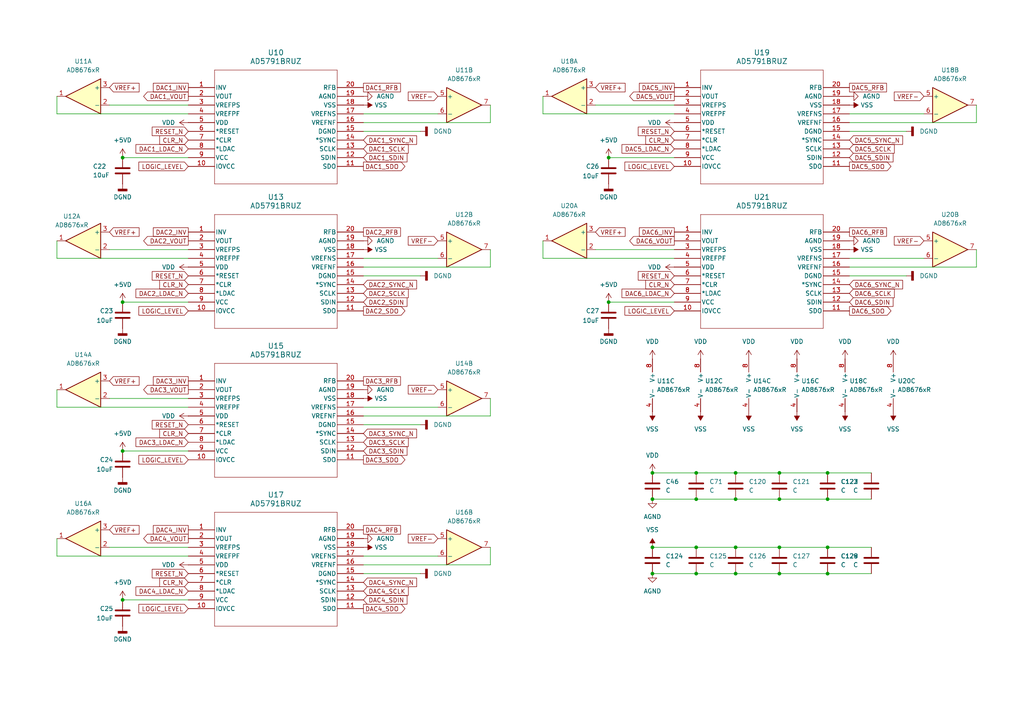
<source format=kicad_sch>
(kicad_sch (version 20250114) (generator "eeschema") (generator_version "9.0")
  (paper "A4")
  (lib_symbols
    (symbol "AD5791BRUZ_1" (pin_names (offset 0.254))
      (property "Reference" "U10" (at 25.4 10.16 0))
      (property "Value" "AD5791BRUZ" (at 25.4 7.62 0))
      (symbol "AD5791BRUZ_1_0_1"
        (polyline (pts (xy 7.62 5.08) (xy 7.62 -27.94)) (stroke (width 0.127)))
        (polyline (pts (xy 7.62 -27.94) (xy 43.18 -27.94)) (stroke (width 0.127)))
        (polyline (pts (xy 43.18 5.08) (xy 7.62 5.08)) (stroke (width 0.127)))
        (polyline (pts (xy 43.18 -27.94) (xy 43.18 5.08)) (stroke (width 0.127)))
        (pin passive line (at 0 0 0) (length 7.62) (name "INV") (number "1"))
        (pin output line (at 0 -2.54 0) (length 7.62) (name "VOUT") (number "2"))
        (pin passive line (at 0 -5.08 0) (length 7.62) (name "VREFPS") (number "3"))
        (pin passive line (at 0 -7.62 0) (length 7.62) (name "VREFPF") (number "4"))
        (pin power_in line (at 0 -10.16 0) (length 7.62) (name "VDD") (number "5"))
        (pin input line (at 0 -12.7 0) (length 7.62) (name "*RESET") (number "6"))
        (pin input line (at 0 -15.24 0) (length 7.62) (name "*CLR") (number "7"))
        (pin input line (at 0 -17.78 0) (length 7.62) (name "*LDAC") (number "8"))
        (pin power_in line (at 0 -20.32 0) (length 7.62) (name "VCC") (number "9"))
        (pin passive line (at 0 -22.86 0) (length 7.62) (name "IOVCC") (number "10"))
        (pin passive line (at 50.8 0 180) (length 7.62) (name "RFB") (number "20"))
        (pin passive line (at 50.8 -2.54 180) (length 7.62) (name "AGND") (number "19"))
        (pin passive line (at 50.8 -5.08 180) (length 7.62) (name "VSS") (number "18"))
        (pin passive line (at 50.8 -7.62 180) (length 7.62) (name "VREFNS") (number "17"))
        (pin passive line (at 50.8 -10.16 180) (length 7.62) (name "VREFNF") (number "16"))
        (pin passive line (at 50.8 -12.7 180) (length 7.62) (name "DGND") (number "15"))
        (pin input line (at 50.8 -15.24 180) (length 7.62) (name "*SYNC") (number "14"))
        (pin input line (at 50.8 -17.78 180) (length 7.62) (name "SCLK") (number "13"))
        (pin input line (at 50.8 -20.32 180) (length 7.62) (name "SDIN") (number "12"))
        (pin output line (at 50.8 -22.86 180) (length 7.62) (name "SDO") (number "11"))
      )
    )
    (symbol "Amplifier_Operational:AD8676xR" (pin_names (offset 0.127))
      (property "Reference" "U" (at 2.54 6.35 0))
      (property "Value" "AD8676xR" (at 2.54 3.81 0))
      (symbol "AD8676xR_1_1"
        (polyline (pts (xy 5.08 0) (xy -5.08 5.08) (xy -5.08 -5.08) (xy 5.08 0)) (stroke (width 0.254)) (fill (type background)))
        (pin input line (at -7.62 2.54 0) (length 2.54) (name "+") (number "3"))
        (pin input line (at -7.62 -2.54 0) (length 2.54) (name "-") (number "2"))
        (pin output line (at 7.62 0 180) (length 2.54) (name "~") (number "1"))
      )
      (symbol "AD8676xR_2_1"
        (polyline (pts (xy 5.08 0) (xy -5.08 5.08) (xy -5.08 -5.08) (xy 5.08 0)) (stroke (width 0.254)) (fill (type background)))
        (pin input line (at -7.62 2.54 0) (length 2.54) (name "+") (number "5"))
        (pin input line (at -7.62 -2.54 0) (length 2.54) (name "-") (number "6"))
        (pin output line (at 7.62 0 180) (length 2.54) (name "~") (number "7"))
      )
      (symbol "AD8676xR_3_1"
        (pin power_in line (at 0 7.62 270) (length 3.81) (name "V+") (number "8"))
        (pin power_in line (at 0 -7.62 90) (length 3.81) (name "V-") (number "4"))
      )
    )
    (symbol "Device:C" (pin_numbers (hide yes)) (pin_names (offset 0.254))
      (property "Reference" "C" (at 0.635 2.54 0))
      (property "Value" "C" (at 0.635 -2.54 0))
      (symbol "C_0_1"
        (polyline (pts (xy -2.032 0.762) (xy 2.032 0.762)) (stroke (width 0.508)))
        (polyline (pts (xy -2.032 -0.762) (xy 2.032 -0.762)) (stroke (width 0.508)))
      )
      (symbol "C_1_1"
        (pin passive line (at 0 3.81 270) (length 2.794) (name "~") (number "1"))
        (pin passive line (at 0 -3.81 90) (length 2.794) (name "~") (number "2"))
      )
    )
    (symbol "power:+5V" (power) (pin_numbers (hide yes)) (pin_names (offset 0) (hide yes))
      (property "Value" "+5V" (at 0 3.556 0))
      (symbol "+5V_0_1"
        (polyline (pts (xy -0.762 1.27) (xy 0 2.54)))
        (polyline (pts (xy 0 2.54) (xy 0.762 1.27)))
        (polyline (pts (xy 0 0) (xy 0 2.54)))
      )
      (symbol "+5V_1_1"
        (pin power_in line (at 0 0 90) (length 0) (name "~") (number "1"))
      )
    )
    (symbol "power:GND" (power) (pin_numbers (hide yes)) (pin_names (offset 0) (hide yes))
      (property "Value" "GND" (at 0 -3.81 0))
      (symbol "GND_0_1"
        (polyline (pts (xy 0 0) (xy 0 -1.27) (xy 1.27 -1.27) (xy 0 -2.54) (xy -1.27 -1.27) (xy 0 -1.27)))
      )
      (symbol "GND_1_1"
        (pin power_in line (at 0 0 270) (length 0) (name "~") (number "1"))
      )
    )
    (symbol "power:GNDD" (power) (pin_numbers (hide yes)) (pin_names (offset 0) (hide yes))
      (property "Value" "GNDD" (at 0 -3.175 0))
      (symbol "GNDD_0_1"
        (rectangle (start -1.27 -1.524) (end 1.27 -2.032) (stroke (width 0.254)) (fill (type outline)))
        (polyline (pts (xy 0 0) (xy 0 -1.524)))
      )
      (symbol "GNDD_1_1"
        (pin power_in line (at 0 0 270) (length 0) (name "~") (number "1"))
      )
    )
    (symbol "power:VDD" (power) (pin_numbers (hide yes)) (pin_names (offset 0) (hide yes))
      (property "Value" "VDD" (at 0 3.556 0))
      (symbol "VDD_0_1"
        (polyline (pts (xy -0.762 1.27) (xy 0 2.54)))
        (polyline (pts (xy 0 2.54) (xy 0.762 1.27)))
        (polyline (pts (xy 0 0) (xy 0 2.54)))
      )
      (symbol "VDD_1_1"
        (pin power_in line (at 0 0 90) (length 0) (name "~") (number "1"))
      )
    )
    (symbol "power:VSS" (power) (pin_numbers (hide yes)) (pin_names (offset 0) (hide yes))
      (property "Value" "VSS" (at 0 3.556 0))
      (symbol "VSS_0_1"
        (polyline (pts (xy 0 0) (xy 0 2.54)))
        (polyline (pts (xy 0.762 1.27) (xy -0.762 1.27) (xy 0 2.54) (xy 0.762 1.27)) (fill (type outline)))
      )
      (symbol "VSS_1_1"
        (pin power_in line (at 0 0 90) (length 0) (name "~") (number "1"))
      )
    )
  )
  (junction (at 226.06 137.16))
  (junction (at 189.23 137.16))
  (junction (at 201.93 166.37))
  (junction (at 213.36 158.75))
  (junction (at 201.93 158.75))
  (junction (at 35.56 173.99))
  (junction (at 213.36 166.37))
  (junction (at 189.23 158.75))
  (junction (at 213.36 137.16))
  (junction (at 201.93 144.78))
  (junction (at 35.56 130.81))
  (junction (at 226.06 158.75))
  (junction (at 240.03 137.16))
  (junction (at 213.36 144.78))
  (junction (at 240.03 158.75))
  (junction (at 189.23 144.78))
  (junction (at 176.53 45.72))
  (junction (at 35.56 87.63))
  (junction (at 189.23 166.37))
  (junction (at 226.06 144.78))
  (junction (at 176.53 87.63))
  (junction (at 240.03 166.37))
  (junction (at 201.93 137.16))
  (junction (at 35.56 45.72))
  (junction (at 240.03 144.78))
  (junction (at 226.06 166.37))
  (wire (pts (xy 157.48 33.02) (xy 195.58 33.02)))
  (wire (pts (xy 105.41 120.65) (xy 142.24 120.65)))
  (wire (pts (xy 121.92 166.37) (xy 105.41 166.37)))
  (wire (pts (xy 172.72 30.48) (xy 195.58 30.48)))
  (wire (pts (xy 35.56 173.99) (xy 54.61 173.99)))
  (wire (pts (xy 201.93 137.16) (xy 213.36 137.16)))
  (wire (pts (xy 226.06 144.78) (xy 240.03 144.78)))
  (wire (pts (xy 121.92 123.19) (xy 105.41 123.19)))
  (wire (pts (xy 35.56 87.63) (xy 54.61 87.63)))
  (wire (pts (xy 262.89 38.1) (xy 246.38 38.1)))
  (wire (pts (xy 189.23 137.16) (xy 201.93 137.16)))
  (wire (pts (xy 16.51 69.85) (xy 16.51 74.93)))
  (wire (pts (xy 246.38 77.47) (xy 283.21 77.47)))
  (wire (pts (xy 121.92 38.1) (xy 105.41 38.1)))
  (wire (pts (xy 283.21 35.56) (xy 283.21 30.48)))
  (wire (pts (xy 16.51 118.11) (xy 54.61 118.11)))
  (wire (pts (xy 213.36 137.16) (xy 226.06 137.16)))
  (wire (pts (xy 105.41 161.29) (xy 127 161.29)))
  (wire (pts (xy 35.56 45.72) (xy 54.61 45.72)))
  (wire (pts (xy 240.03 166.37) (xy 252.73 166.37)))
  (wire (pts (xy 240.03 158.75) (xy 252.73 158.75)))
  (wire (pts (xy 262.89 80.01) (xy 246.38 80.01)))
  (wire (pts (xy 105.41 163.83) (xy 142.24 163.83)))
  (wire (pts (xy 105.41 33.02) (xy 127 33.02)))
  (wire (pts (xy 226.06 158.75) (xy 240.03 158.75)))
  (wire (pts (xy 105.41 118.11) (xy 127 118.11)))
  (wire (pts (xy 176.53 87.63) (xy 195.58 87.63)))
  (wire (pts (xy 35.56 130.81) (xy 54.61 130.81)))
  (wire (pts (xy 283.21 77.47) (xy 283.21 72.39)))
  (wire (pts (xy 16.51 33.02) (xy 54.61 33.02)))
  (wire (pts (xy 157.48 74.93) (xy 195.58 74.93)))
  (wire (pts (xy 246.38 35.56) (xy 283.21 35.56)))
  (wire (pts (xy 121.92 80.01) (xy 105.41 80.01)))
  (wire (pts (xy 176.53 45.72) (xy 195.58 45.72)))
  (wire (pts (xy 31.75 72.39) (xy 54.61 72.39)))
  (wire (pts (xy 201.93 144.78) (xy 213.36 144.78)))
  (wire (pts (xy 201.93 166.37) (xy 213.36 166.37)))
  (wire (pts (xy 105.41 35.56) (xy 142.24 35.56)))
  (wire (pts (xy 16.51 161.29) (xy 54.61 161.29)))
  (wire (pts (xy 16.51 74.93) (xy 54.61 74.93)))
  (wire (pts (xy 142.24 77.47) (xy 142.24 72.39)))
  (wire (pts (xy 201.93 158.75) (xy 213.36 158.75)))
  (wire (pts (xy 213.36 144.78) (xy 226.06 144.78)))
  (wire (pts (xy 31.75 115.57) (xy 54.61 115.57)))
  (wire (pts (xy 31.75 158.75) (xy 54.61 158.75)))
  (wire (pts (xy 31.75 30.48) (xy 54.61 30.48)))
  (wire (pts (xy 172.72 72.39) (xy 195.58 72.39)))
  (wire (pts (xy 246.38 74.93) (xy 267.97 74.93)))
  (wire (pts (xy 142.24 163.83) (xy 142.24 158.75)))
  (wire (pts (xy 213.36 166.37) (xy 226.06 166.37)))
  (wire (pts (xy 189.23 144.78) (xy 201.93 144.78)))
  (wire (pts (xy 105.41 74.93) (xy 127 74.93)))
  (wire (pts (xy 16.51 27.94) (xy 16.51 33.02)))
  (wire (pts (xy 240.03 137.16) (xy 252.73 137.16)))
  (wire (pts (xy 246.38 33.02) (xy 267.97 33.02)))
  (wire (pts (xy 240.03 144.78) (xy 252.73 144.78)))
  (wire (pts (xy 157.48 27.94) (xy 157.48 33.02)))
  (wire (pts (xy 213.36 158.75) (xy 226.06 158.75)))
  (wire (pts (xy 105.41 77.47) (xy 142.24 77.47)))
  (wire (pts (xy 189.23 166.37) (xy 201.93 166.37)))
  (wire (pts (xy 142.24 30.48) (xy 142.24 35.56)))
  (wire (pts (xy 142.24 120.65) (xy 142.24 115.57)))
  (wire (pts (xy 16.51 113.03) (xy 16.51 118.11)))
  (wire (pts (xy 189.23 158.75) (xy 201.93 158.75)))
  (wire (pts (xy 226.06 137.16) (xy 240.03 137.16)))
  (wire (pts (xy 226.06 166.37) (xy 240.03 166.37)))
  (wire (pts (xy 16.51 156.21) (xy 16.51 161.29)))
  (wire (pts (xy 157.48 69.85) (xy 157.48 74.93)))
  (global_label "DAC3_SDO" (shape output) (at 105.41 133.35 0) (property "Intersheetrefs" "${INTERSHEET_REFS}" (effects (hide yes))))
  (global_label "DAC6_SCLK" (shape input) (at 246.38 85.09 0) (property "Intersheetrefs" "${INTERSHEET_REFS}" (effects (hide yes))))
  (global_label "RESET_N" (shape input) (at 195.58 38.1 180) (property "Intersheetrefs" "${INTERSHEET_REFS}" (effects (hide yes))))
  (global_label "DAC2_RFB" (shape passive) (at 105.41 67.31 0) (property "Intersheetrefs" "${INTERSHEET_REFS}" (effects (hide yes))))
  (global_label "DAC3_SDIN" (shape input) (at 105.41 130.81 0) (property "Intersheetrefs" "${INTERSHEET_REFS}" (effects (hide yes))))
  (global_label "DAC2_LDAC_N" (shape input) (at 54.61 85.09 180) (property "Intersheetrefs" "${INTERSHEET_REFS}" (effects (hide yes))))
  (global_label "DAC1_INV" (shape passive) (at 54.61 25.4 180) (property "Intersheetrefs" "${INTERSHEET_REFS}" (effects (hide yes))))
  (global_label "DAC1_SDO" (shape output) (at 105.41 48.26 0) (property "Intersheetrefs" "${INTERSHEET_REFS}" (effects (hide yes))))
  (global_label "DAC6_SDIN" (shape input) (at 246.38 87.63 0) (property "Intersheetrefs" "${INTERSHEET_REFS}" (effects (hide yes))))
  (global_label "DAC6_SYNC_N" (shape input) (at 246.38 82.55 0) (property "Intersheetrefs" "${INTERSHEET_REFS}" (effects (hide yes))))
  (global_label "VREF+" (shape input) (at 31.75 153.67 0) (property "Intersheetrefs" "${INTERSHEET_REFS}" (effects (hide yes))))
  (global_label "CLR_N" (shape input) (at 54.61 168.91 180) (property "Intersheetrefs" "${INTERSHEET_REFS}" (effects (hide yes))))
  (global_label "VREF+" (shape input) (at 31.75 25.4 0) (property "Intersheetrefs" "${INTERSHEET_REFS}" (effects (hide yes))))
  (global_label "LOGIC_LEVEL" (shape input) (at 195.58 48.26 180) (property "Intersheetrefs" "${INTERSHEET_REFS}" (effects (hide yes))))
  (global_label "DAC2_INV" (shape passive) (at 54.61 67.31 180) (property "Intersheetrefs" "${INTERSHEET_REFS}" (effects (hide yes))))
  (global_label "DAC5_LDAC_N" (shape input) (at 195.58 43.18 180) (property "Intersheetrefs" "${INTERSHEET_REFS}" (effects (hide yes))))
  (global_label "RESET_N" (shape input) (at 195.58 80.01 180) (property "Intersheetrefs" "${INTERSHEET_REFS}" (effects (hide yes))))
  (global_label "RESET_N" (shape input) (at 54.61 38.1 180) (property "Intersheetrefs" "${INTERSHEET_REFS}" (effects (hide yes))))
  (global_label "DAC5_SYNC_N" (shape input) (at 246.38 40.64 0) (property "Intersheetrefs" "${INTERSHEET_REFS}" (effects (hide yes))))
  (global_label "RESET_N" (shape input) (at 54.61 123.19 180) (property "Intersheetrefs" "${INTERSHEET_REFS}" (effects (hide yes))))
  (global_label "DAC5_SDO" (shape output) (at 246.38 48.26 0) (property "Intersheetrefs" "${INTERSHEET_REFS}" (effects (hide yes))))
  (global_label "VREF+" (shape input) (at 31.75 67.31 0) (property "Intersheetrefs" "${INTERSHEET_REFS}" (effects (hide yes))))
  (global_label "DAC1_SCLK" (shape input) (at 105.41 43.18 0) (property "Intersheetrefs" "${INTERSHEET_REFS}" (effects (hide yes))))
  (global_label "DAC4_RFB" (shape passive) (at 105.41 153.67 0) (property "Intersheetrefs" "${INTERSHEET_REFS}" (effects (hide yes))))
  (global_label "DAC5_INV" (shape passive) (at 195.58 25.4 180) (property "Intersheetrefs" "${INTERSHEET_REFS}" (effects (hide yes))))
  (global_label "DAC4_INV" (shape passive) (at 54.61 153.67 180) (property "Intersheetrefs" "${INTERSHEET_REFS}" (effects (hide yes))))
  (global_label "DAC2_SDIN" (shape input) (at 105.41 87.63 0) (property "Intersheetrefs" "${INTERSHEET_REFS}" (effects (hide yes))))
  (global_label "VREF-" (shape input) (at 267.97 69.85 180) (property "Intersheetrefs" "${INTERSHEET_REFS}" (effects (hide yes))))
  (global_label "RESET_N" (shape input) (at 54.61 80.01 180) (property "Intersheetrefs" "${INTERSHEET_REFS}" (effects (hide yes))))
  (global_label "DAC6_INV" (shape passive) (at 195.58 67.31 180) (property "Intersheetrefs" "${INTERSHEET_REFS}" (effects (hide yes))))
  (global_label "DAC4_VOUT" (shape output) (at 54.61 156.21 180) (property "Intersheetrefs" "${INTERSHEET_REFS}" (effects (hide yes))))
  (global_label "DAC5_VOUT" (shape output) (at 195.58 27.94 180) (property "Intersheetrefs" "${INTERSHEET_REFS}" (effects (hide yes))))
  (global_label "DAC3_INV" (shape passive) (at 54.61 110.49 180) (property "Intersheetrefs" "${INTERSHEET_REFS}" (effects (hide yes))))
  (global_label "DAC4_SYNC_N" (shape input) (at 105.41 168.91 0) (property "Intersheetrefs" "${INTERSHEET_REFS}" (effects (hide yes))))
  (global_label "DAC1_SYNC_N" (shape input) (at 105.41 40.64 0) (property "Intersheetrefs" "${INTERSHEET_REFS}" (effects (hide yes))))
  (global_label "DAC6_VOUT" (shape output) (at 195.58 69.85 180) (property "Intersheetrefs" "${INTERSHEET_REFS}" (effects (hide yes))))
  (global_label "DAC3_SCLK" (shape input) (at 105.41 128.27 0) (property "Intersheetrefs" "${INTERSHEET_REFS}" (effects (hide yes))))
  (global_label "DAC6_LDAC_N" (shape input) (at 195.58 85.09 180) (property "Intersheetrefs" "${INTERSHEET_REFS}" (effects (hide yes))))
  (global_label "DAC2_SDO" (shape output) (at 105.41 90.17 0) (property "Intersheetrefs" "${INTERSHEET_REFS}" (effects (hide yes))))
  (global_label "DAC4_SDIN" (shape input) (at 105.41 173.99 0) (property "Intersheetrefs" "${INTERSHEET_REFS}" (effects (hide yes))))
  (global_label "VREF-" (shape input) (at 127 156.21 180) (property "Intersheetrefs" "${INTERSHEET_REFS}" (effects (hide yes))))
  (global_label "CLR_N" (shape input) (at 54.61 125.73 180) (property "Intersheetrefs" "${INTERSHEET_REFS}" (effects (hide yes))))
  (global_label "DAC5_SDIN" (shape input) (at 246.38 45.72 0) (property "Intersheetrefs" "${INTERSHEET_REFS}" (effects (hide yes))))
  (global_label "DAC4_SDO" (shape output) (at 105.41 176.53 0) (property "Intersheetrefs" "${INTERSHEET_REFS}" (effects (hide yes))))
  (global_label "DAC6_RFB" (shape passive) (at 246.38 67.31 0) (property "Intersheetrefs" "${INTERSHEET_REFS}" (effects (hide yes))))
  (global_label "DAC2_SCLK" (shape input) (at 105.41 85.09 0) (property "Intersheetrefs" "${INTERSHEET_REFS}" (effects (hide yes))))
  (global_label "CLR_N" (shape input) (at 195.58 40.64 180) (property "Intersheetrefs" "${INTERSHEET_REFS}" (effects (hide yes))))
  (global_label "CLR_N" (shape input) (at 54.61 40.64 180) (property "Intersheetrefs" "${INTERSHEET_REFS}" (effects (hide yes))))
  (global_label "VREF+" (shape input) (at 172.72 25.4 0) (property "Intersheetrefs" "${INTERSHEET_REFS}" (effects (hide yes))))
  (global_label "DAC5_SCLK" (shape input) (at 246.38 43.18 0) (property "Intersheetrefs" "${INTERSHEET_REFS}" (effects (hide yes))))
  (global_label "DAC3_RFB" (shape passive) (at 105.41 110.49 0) (property "Intersheetrefs" "${INTERSHEET_REFS}" (effects (hide yes))))
  (global_label "VREF-" (shape input) (at 127 27.94 180) (property "Intersheetrefs" "${INTERSHEET_REFS}" (effects (hide yes))))
  (global_label "VREF-" (shape input) (at 127 69.85 180) (property "Intersheetrefs" "${INTERSHEET_REFS}" (effects (hide yes))))
  (global_label "DAC2_VOUT" (shape output) (at 54.61 69.85 180) (property "Intersheetrefs" "${INTERSHEET_REFS}" (effects (hide yes))))
  (global_label "DAC1_VOUT" (shape output) (at 54.61 27.94 180) (property "Intersheetrefs" "${INTERSHEET_REFS}" (effects (hide yes))))
  (global_label "LOGIC_LEVEL" (shape input) (at 54.61 48.26 180) (property "Intersheetrefs" "${INTERSHEET_REFS}" (effects (hide yes))))
  (global_label "DAC4_LDAC_N" (shape input) (at 54.61 171.45 180) (property "Intersheetrefs" "${INTERSHEET_REFS}" (effects (hide yes))))
  (global_label "LOGIC_LEVEL" (shape input) (at 54.61 176.53 180) (property "Intersheetrefs" "${INTERSHEET_REFS}" (effects (hide yes))))
  (global_label "DAC1_RFB" (shape passive) (at 105.41 25.4 0) (property "Intersheetrefs" "${INTERSHEET_REFS}" (effects (hide yes))))
  (global_label "DAC3_VOUT" (shape output) (at 54.61 113.03 180) (property "Intersheetrefs" "${INTERSHEET_REFS}" (effects (hide yes))))
  (global_label "CLR_N" (shape input) (at 54.61 82.55 180) (property "Intersheetrefs" "${INTERSHEET_REFS}" (effects (hide yes))))
  (global_label "DAC2_SYNC_N" (shape input) (at 105.41 82.55 0) (property "Intersheetrefs" "${INTERSHEET_REFS}" (effects (hide yes))))
  (global_label "DAC5_RFB" (shape passive) (at 246.38 25.4 0) (property "Intersheetrefs" "${INTERSHEET_REFS}" (effects (hide yes))))
  (global_label "DAC3_SYNC_N" (shape input) (at 105.41 125.73 0) (property "Intersheetrefs" "${INTERSHEET_REFS}" (effects (hide yes))))
  (global_label "DAC6_SDO" (shape output) (at 246.38 90.17 0) (property "Intersheetrefs" "${INTERSHEET_REFS}" (effects (hide yes))))
  (global_label "DAC3_LDAC_N" (shape input) (at 54.61 128.27 180) (property "Intersheetrefs" "${INTERSHEET_REFS}" (effects (hide yes))))
  (global_label "DAC1_LDAC_N" (shape input) (at 54.61 43.18 180) (property "Intersheetrefs" "${INTERSHEET_REFS}" (effects (hide yes))))
  (global_label "LOGIC_LEVEL" (shape input) (at 54.61 133.35 180) (property "Intersheetrefs" "${INTERSHEET_REFS}" (effects (hide yes))))
  (global_label "VREF-" (shape input) (at 267.97 27.94 180) (property "Intersheetrefs" "${INTERSHEET_REFS}" (effects (hide yes))))
  (global_label "LOGIC_LEVEL" (shape input) (at 195.58 90.17 180) (property "Intersheetrefs" "${INTERSHEET_REFS}" (effects (hide yes))))
  (global_label "DAC4_SCLK" (shape input) (at 105.41 171.45 0) (property "Intersheetrefs" "${INTERSHEET_REFS}" (effects (hide yes))))
  (global_label "LOGIC_LEVEL" (shape input) (at 54.61 90.17 180) (property "Intersheetrefs" "${INTERSHEET_REFS}" (effects (hide yes))))
  (global_label "CLR_N" (shape input) (at 195.58 82.55 180) (property "Intersheetrefs" "${INTERSHEET_REFS}" (effects (hide yes))))
  (global_label "RESET_N" (shape input) (at 54.61 166.37 180) (property "Intersheetrefs" "${INTERSHEET_REFS}" (effects (hide yes))))
  (global_label "VREF-" (shape input) (at 127 113.03 180) (property "Intersheetrefs" "${INTERSHEET_REFS}" (effects (hide yes))))
  (global_label "DAC1_SDIN" (shape input) (at 105.41 45.72 0) (property "Intersheetrefs" "${INTERSHEET_REFS}" (effects (hide yes))))
  (global_label "VREF+" (shape input) (at 31.75 110.49 0) (property "Intersheetrefs" "${INTERSHEET_REFS}" (effects (hide yes))))
  (global_label "VREF+" (shape input) (at 172.72 67.31 0) (property "Intersheetrefs" "${INTERSHEET_REFS}" (effects (hide yes))))
  (symbol (lib_id "Device:C") (at 35.56 49.53 0) (mirror y) (unit 1)
    (property "Reference" "C22" (at 26.924 48.26 0) (effects (justify right)))
    (property "Value" "10uF" (at 26.924 50.8 0) (effects (justify right)))
    (property "Footprint" "Capacitor_SMD:C_0603_1608Metric_Pad1.08x0.95mm_HandSolder" (effects (hide yes)))
    (property "Description" "Unpolarized capacitor" (effects (hide yes)))
  )
  (symbol (lib_id "Amplifier_Operational:AD8676xR") (at 24.13 69.85 0) (mirror y) (unit 1)
    (property "Reference" "U12" (at 20.828 62.738 0))
    (property "Value" "AD8676xR" (at 20.828 65.278 0))
    (property "Footprint" "Package_SO:SOIC-8_3.9x4.9mm_P1.27mm" (effects (hide yes)))
    (property "Datasheet" "https://www.analog.com/media/en/technical-documentation/data-sheets/AD8676.pdf" (effects (hide yes)))
    (property "Description" "Dual operational amplifier, Ultra-precision, 36V, Rail-to-rail output, SOIC-8" (effects (hide yes)))
  )
  (symbol (lib_id "Device:C") (at 201.93 162.56 0) (unit 1)
    (property "Reference" "C125" (at 205.74 161.2899 0) (effects (justify left)))
    (property "Value" "C" (at 205.74 163.8299 0) (effects (justify left)))
    (property "Footprint" "Capacitor_SMD:C_0402_1005Metric_Pad0.74x0.62mm_HandSolder" (effects (hide yes)))
    (property "Description" "Unpolarized capacitor" (effects (hide yes)))
  )
  (symbol (lib_id "Device:C") (at 189.23 162.56 0) (unit 1)
    (property "Reference" "C124" (at 193.04 161.2899 0) (effects (justify left)))
    (property "Value" "C" (at 193.04 163.8299 0) (effects (justify left)))
    (property "Footprint" "Capacitor_SMD:C_0402_1005Metric_Pad0.74x0.62mm_HandSolder" (effects (hide yes)))
    (property "Description" "Unpolarized capacitor" (effects (hide yes)))
  )
  (symbol (lib_id "power:GNDD") (at 176.53 95.25 0) (unit 1)
    (property "Reference" "#PWR084" (effects (hide yes)))
    (property "Value" "DGND" (at 176.53 99.06 0))
    (property "Description" "Power symbol creates a global label with name \"GNDD\" , digital ground" (effects (hide yes)))
  )
  (symbol (lib_id "power:VDD") (at 195.58 35.56 90) (unit 1)
    (property "Reference" "#PWR078" (effects (hide yes)))
    (property "Value" "VDD" (at 191.77 35.5599 90) (effects (justify left)))
    (property "Description" "Power symbol creates a global label with name \"VDD\"" (effects (hide yes)))
  )
  (symbol (lib_id "Amplifier_Operational:AD8676xR") (at 275.59 30.48 0) (unit 2)
    (property "Reference" "U18" (at 275.59 20.32 0))
    (property "Value" "AD8676xR" (at 275.59 22.86 0))
    (property "Footprint" "Package_SO:SOIC-8_3.9x4.9mm_P1.27mm" (effects (hide yes)))
    (property "Datasheet" "https://www.analog.com/media/en/technical-documentation/data-sheets/AD8676.pdf" (effects (hide yes)))
    (property "Description" "Dual operational amplifier, Ultra-precision, 36V, Rail-to-rail output, SOIC-8" (effects (hide yes)))
  )
  (symbol (lib_id "power:GND") (at 105.41 113.03 90) (unit 1)
    (property "Reference" "#PWR065" (effects (hide yes)))
    (property "Value" "AGND" (at 109.22 113.0299 90) (effects (justify right)))
    (property "Description" "Power symbol creates a global label with name \"GND\" , ground" (effects (hide yes)))
  )
  (symbol (lib_id "power:+5V") (at 35.56 87.63 0) (unit 1)
    (property "Reference" "#PWR0269" (effects (hide yes)))
    (property "Value" "+5VD" (at 35.56 82.55 0))
    (property "Description" "Power symbol creates a global label with name \"+5V\"" (effects (hide yes)))
  )
  (symbol (lib_id "power:+5V") (at 35.56 130.81 0) (unit 1)
    (property "Reference" "#PWR0270" (effects (hide yes)))
    (property "Value" "+5VD" (at 35.56 125.73 0))
    (property "Description" "Power symbol creates a global label with name \"+5V\"" (effects (hide yes)))
  )
  (symbol (lib_id "power:GNDD") (at 121.92 123.19 90) (unit 1)
    (property "Reference" "#PWR067" (effects (hide yes)))
    (property "Value" "DGND" (at 125.73 123.1899 90) (effects (justify right)))
    (property "Description" "Power symbol creates a global label with name \"GNDD\" , digital ground" (effects (hide yes)))
  )
  (symbol (lib_name "AD5791BRUZ_1") (lib_id "2025-11-19_00-21-39:AD5791BRUZ") (at 195.58 25.4 0) (unit 1)
    (property "Reference" "U19" (at 220.98 15.24 0) (effects (font (size 1.524 1.524))))
    (property "Value" "AD5791BRUZ" (at 220.98 17.78 0) (effects (font (size 1.524 1.524))))
    (property "Footprint" "Package_SO:TSSOP-20_4.4x6.5mm_P0.65mm" (effects (hide yes)))
    (property "Datasheet" "https://www.analog.com/media/en/technical-documentation/data-sheets/AD5791-EP.pdf" (effects (hide yes)))
  )
  (symbol (lib_id "power:GNDD") (at 121.92 38.1 90) (unit 1)
    (property "Reference" "#PWR052" (effects (hide yes)))
    (property "Value" "DGND" (at 125.73 38.0999 90) (effects (justify right)))
    (property "Description" "Power symbol creates a global label with name \"GNDD\" , digital ground" (effects (hide yes)))
  )
  (symbol (lib_id "Amplifier_Operational:AD8676xR") (at 134.62 158.75 0) (unit 2)
    (property "Reference" "U16" (at 134.62 148.59 0))
    (property "Value" "AD8676xR" (at 134.62 151.13 0))
    (property "Footprint" "Package_SO:SOIC-8_3.9x4.9mm_P1.27mm" (effects (hide yes)))
    (property "Datasheet" "https://www.analog.com/media/en/technical-documentation/data-sheets/AD8676.pdf" (effects (hide yes)))
    (property "Description" "Dual operational amplifier, Ultra-precision, 36V, Rail-to-rail output, SOIC-8" (effects (hide yes)))
  )
  (symbol (lib_id "Device:C") (at 176.53 49.53 0) (mirror y) (unit 1)
    (property "Reference" "C26" (at 169.926 48.26 0) (effects (justify right)))
    (property "Value" "10uF" (at 168.91 51.054 0) (effects (justify right)))
    (property "Footprint" "Capacitor_SMD:C_0603_1608Metric_Pad1.08x0.95mm_HandSolder" (effects (hide yes)))
    (property "Description" "Unpolarized capacitor" (effects (hide yes)))
  )
  (symbol (lib_id "power:VSS") (at 105.41 115.57 270) (mirror x) (unit 1)
    (property "Reference" "#PWR066" (effects (hide yes)))
    (property "Value" "VSS" (at 110.49 115.57 90))
    (property "Description" "Power symbol creates a global label with name \"VSS\"" (effects (hide yes)))
  )
  (symbol (lib_id "Amplifier_Operational:AD8676xR") (at 134.62 72.39 0) (unit 2)
    (property "Reference" "U12" (at 134.62 62.23 0))
    (property "Value" "AD8676xR" (at 134.62 64.77 0))
    (property "Footprint" "Package_SO:SOIC-8_3.9x4.9mm_P1.27mm" (effects (hide yes)))
    (property "Datasheet" "https://www.analog.com/media/en/technical-documentation/data-sheets/AD8676.pdf" (effects (hide yes)))
    (property "Description" "Dual operational amplifier, Ultra-precision, 36V, Rail-to-rail output, SOIC-8" (effects (hide yes)))
  )
  (symbol (lib_id "Amplifier_Operational:AD8676xR") (at 189.23 111.76 0) (unit 3)
    (property "Reference" "U11" (at 190.5 110.4899 0) (effects (justify left)))
    (property "Value" "AD8676xR" (at 190.5 113.0299 0) (effects (justify left)))
    (property "Footprint" "Package_SO:SOIC-8_3.9x4.9mm_P1.27mm" (effects (hide yes)))
    (property "Datasheet" "https://www.analog.com/media/en/technical-documentation/data-sheets/AD8676.pdf" (effects (hide yes)))
    (property "Description" "Dual operational amplifier, Ultra-precision, 36V, Rail-to-rail output, SOIC-8" (effects (hide yes)))
  )
  (symbol (lib_id "Amplifier_Operational:AD8676xR") (at 259.08 111.76 0) (unit 3)
    (property "Reference" "U20" (at 260.35 110.4899 0) (effects (justify left)))
    (property "Value" "AD8676xR" (at 260.35 113.0299 0) (effects (justify left)))
    (property "Footprint" "Package_SO:SOIC-8_3.9x4.9mm_P1.27mm" (effects (hide yes)))
    (property "Datasheet" "https://www.analog.com/media/en/technical-documentation/data-sheets/AD8676.pdf" (effects (hide yes)))
    (property "Description" "Dual operational amplifier, Ultra-precision, 36V, Rail-to-rail output, SOIC-8" (effects (hide yes)))
  )
  (symbol (lib_id "power:VSS") (at 231.14 119.38 0) (mirror x) (unit 1)
    (property "Reference" "#PWR076" (effects (hide yes)))
    (property "Value" "VSS" (at 231.14 124.46 0))
    (property "Description" "Power symbol creates a global label with name \"VSS\"" (effects (hide yes)))
  )
  (symbol (lib_id "Device:C") (at 35.56 134.62 0) (mirror y) (unit 1)
    (property "Reference" "C24" (at 28.956 133.35 0) (effects (justify right)))
    (property "Value" "10uF" (at 27.94 136.144 0) (effects (justify right)))
    (property "Footprint" "Capacitor_SMD:C_0603_1608Metric_Pad1.08x0.95mm_HandSolder" (effects (hide yes)))
    (property "Description" "Unpolarized capacitor" (effects (hide yes)))
  )
  (symbol (lib_id "Device:C") (at 240.03 162.56 0) (unit 1)
    (property "Reference" "C128" (at 243.84 161.2899 0) (effects (justify left)))
    (property "Value" "C" (at 243.84 163.8299 0) (effects (justify left)))
    (property "Footprint" "Capacitor_SMD:C_0402_1005Metric_Pad0.74x0.62mm_HandSolder" (effects (hide yes)))
    (property "Description" "Unpolarized capacitor" (effects (hide yes)))
  )
  (symbol (lib_id "power:+5V") (at 176.53 87.63 0) (unit 1)
    (property "Reference" "#PWR0272" (effects (hide yes)))
    (property "Value" "+5VD" (at 176.53 82.55 0))
    (property "Description" "Power symbol creates a global label with name \"+5V\"" (effects (hide yes)))
  )
  (symbol (lib_id "Device:C") (at 226.06 140.97 0) (unit 1)
    (property "Reference" "C121" (at 229.87 139.6999 0) (effects (justify left)))
    (property "Value" "C" (at 229.87 142.2399 0) (effects (justify left)))
    (property "Footprint" "Capacitor_SMD:C_0402_1005Metric_Pad0.74x0.62mm_HandSolder" (effects (hide yes)))
    (property "Description" "Unpolarized capacitor" (effects (hide yes)))
  )
  (symbol (lib_id "Amplifier_Operational:AD8676xR") (at 203.2 111.76 0) (unit 3)
    (property "Reference" "U12" (at 204.47 110.4899 0) (effects (justify left)))
    (property "Value" "AD8676xR" (at 204.47 113.0299 0) (effects (justify left)))
    (property "Footprint" "Package_SO:SOIC-8_3.9x4.9mm_P1.27mm" (effects (hide yes)))
    (property "Datasheet" "https://www.analog.com/media/en/technical-documentation/data-sheets/AD8676.pdf" (effects (hide yes)))
    (property "Description" "Dual operational amplifier, Ultra-precision, 36V, Rail-to-rail output, SOIC-8" (effects (hide yes)))
  )
  (symbol (lib_id "Device:C") (at 176.53 91.44 0) (mirror y) (unit 1)
    (property "Reference" "C27" (at 169.926 90.17 0) (effects (justify right)))
    (property "Value" "10uF" (at 168.91 92.964 0) (effects (justify right)))
    (property "Footprint" "Capacitor_SMD:C_0603_1608Metric_Pad1.08x0.95mm_HandSolder" (effects (hide yes)))
    (property "Description" "Unpolarized capacitor" (effects (hide yes)))
  )
  (symbol (lib_id "Amplifier_Operational:AD8676xR") (at 134.62 30.48 0) (unit 2)
    (property "Reference" "U11" (at 134.62 20.32 0))
    (property "Value" "AD8676xR" (at 134.62 22.86 0))
    (property "Footprint" "Package_SO:SOIC-8_3.9x4.9mm_P1.27mm" (effects (hide yes)))
    (property "Datasheet" "https://www.analog.com/media/en/technical-documentation/data-sheets/AD8676.pdf" (effects (hide yes)))
    (property "Description" "Dual operational amplifier, Ultra-precision, 36V, Rail-to-rail output, SOIC-8" (effects (hide yes)))
  )
  (symbol (lib_id "power:VSS") (at 246.38 30.48 270) (mirror x) (unit 1)
    (property "Reference" "#PWR080" (effects (hide yes)))
    (property "Value" "VSS" (at 251.46 30.48 90))
    (property "Description" "Power symbol creates a global label with name \"VSS\"" (effects (hide yes)))
  )
  (symbol (lib_name "AD5791BRUZ_1") (lib_id "2025-11-19_00-21-39:AD5791BRUZ") (at 195.58 67.31 0) (unit 1)
    (property "Reference" "U21" (at 220.98 57.15 0) (effects (font (size 1.524 1.524))))
    (property "Value" "AD5791BRUZ" (at 220.98 59.69 0) (effects (font (size 1.524 1.524))))
    (property "Footprint" "Package_SO:TSSOP-20_4.4x6.5mm_P0.65mm" (effects (hide yes)))
    (property "Datasheet" "https://www.analog.com/media/en/technical-documentation/data-sheets/AD5791-EP.pdf" (effects (hide yes)))
  )
  (symbol (lib_id "power:GND") (at 105.41 156.21 90) (unit 1)
    (property "Reference" "#PWR072" (effects (hide yes)))
    (property "Value" "AGND" (at 109.22 156.2099 90) (effects (justify right)))
    (property "Description" "Power symbol creates a global label with name \"GND\" , ground" (effects (hide yes)))
  )
  (symbol (lib_id "Device:C") (at 35.56 91.44 0) (mirror y) (unit 1)
    (property "Reference" "C23" (at 28.956 90.17 0) (effects (justify right)))
    (property "Value" "10uF" (at 27.94 92.964 0) (effects (justify right)))
    (property "Footprint" "Capacitor_SMD:C_0603_1608Metric_Pad1.08x0.95mm_HandSolder" (effects (hide yes)))
    (property "Description" "Unpolarized capacitor" (effects (hide yes)))
  )
  (symbol (lib_name "AD5791BRUZ_1") (lib_id "2025-11-19_00-21-39:AD5791BRUZ") (at 54.61 67.31 0) (unit 1)
    (property "Reference" "U13" (at 80.01 57.15 0) (effects (font (size 1.524 1.524))))
    (property "Value" "AD5791BRUZ" (at 80.01 59.69 0) (effects (font (size 1.524 1.524))))
    (property "Footprint" "Package_SO:TSSOP-20_4.4x6.5mm_P0.65mm" (effects (hide yes)))
    (property "Datasheet" "https://www.analog.com/media/en/technical-documentation/data-sheets/AD5791-EP.pdf" (effects (hide yes)))
  )
  (symbol (lib_id "Amplifier_Operational:AD8676xR") (at 24.13 156.21 0) (mirror y) (unit 1)
    (property "Reference" "U16" (at 24.13 146.05 0))
    (property "Value" "AD8676xR" (at 24.13 148.59 0))
    (property "Footprint" "Package_SO:SOIC-8_3.9x4.9mm_P1.27mm" (effects (hide yes)))
    (property "Datasheet" "https://www.analog.com/media/en/technical-documentation/data-sheets/AD8676.pdf" (effects (hide yes)))
    (property "Description" "Dual operational amplifier, Ultra-precision, 36V, Rail-to-rail output, SOIC-8" (effects (hide yes)))
  )
  (symbol (lib_id "power:GNDD") (at 121.92 80.01 90) (unit 1)
    (property "Reference" "#PWR060" (effects (hide yes)))
    (property "Value" "DGND" (at 125.73 80.0099 90) (effects (justify right)))
    (property "Description" "Power symbol creates a global label with name \"GNDD\" , digital ground" (effects (hide yes)))
  )
  (symbol (lib_name "AD5791BRUZ_1") (lib_id "2025-11-19_00-21-39:AD5791BRUZ") (at 54.61 110.49 0) (unit 1)
    (property "Reference" "U15" (at 80.01 100.33 0) (effects (font (size 1.524 1.524))))
    (property "Value" "AD5791BRUZ" (at 80.01 102.87 0) (effects (font (size 1.524 1.524))))
    (property "Footprint" "Package_SO:TSSOP-20_4.4x6.5mm_P0.65mm" (effects (hide yes)))
    (property "Datasheet" "https://www.analog.com/media/en/technical-documentation/data-sheets/AD5791-EP.pdf" (effects (hide yes)))
  )
  (symbol (lib_id "power:VDD") (at 54.61 120.65 90) (unit 1)
    (property "Reference" "#PWR064" (effects (hide yes)))
    (property "Value" "VDD" (at 50.8 120.6499 90) (effects (justify left)))
    (property "Description" "Power symbol creates a global label with name \"VDD\"" (effects (hide yes)))
  )
  (symbol (lib_id "power:VDD") (at 189.23 137.16 0) (unit 1)
    (property "Reference" "#PWR0510" (effects (hide yes)))
    (property "Value" "VDD" (at 189.23 132.08 0))
    (property "Description" "Power symbol creates a global label with name \"VDD\"" (effects (hide yes)))
  )
  (symbol (lib_id "Amplifier_Operational:AD8676xR") (at 217.17 111.76 0) (unit 3)
    (property "Reference" "U14" (at 218.44 110.4899 0) (effects (justify left)))
    (property "Value" "AD8676xR" (at 218.44 113.0299 0) (effects (justify left)))
    (property "Footprint" "Package_SO:SOIC-8_3.9x4.9mm_P1.27mm" (effects (hide yes)))
    (property "Datasheet" "https://www.analog.com/media/en/technical-documentation/data-sheets/AD8676.pdf" (effects (hide yes)))
    (property "Description" "Dual operational amplifier, Ultra-precision, 36V, Rail-to-rail output, SOIC-8" (effects (hide yes)))
  )
  (symbol (lib_id "power:GNDD") (at 262.89 38.1 90) (unit 1)
    (property "Reference" "#PWR081" (effects (hide yes)))
    (property "Value" "DGND" (at 266.7 38.0999 90) (effects (justify right)))
    (property "Description" "Power symbol creates a global label with name \"GNDD\" , digital ground" (effects (hide yes)))
  )
  (symbol (lib_id "power:GND") (at 189.23 144.78 0) (unit 1)
    (property "Reference" "#PWR0511" (effects (hide yes)))
    (property "Value" "AGND" (at 189.23 149.86 0))
    (property "Description" "Power symbol creates a global label with name \"GND\" , ground" (effects (hide yes)))
  )
  (symbol (lib_id "power:VDD") (at 231.14 104.14 0) (unit 1)
    (property "Reference" "#PWR075" (effects (hide yes)))
    (property "Value" "VDD" (at 231.14 99.06 0))
    (property "Description" "Power symbol creates a global label with name \"VDD\"" (effects (hide yes)))
  )
  (symbol (lib_id "power:VSS") (at 246.38 72.39 270) (mirror x) (unit 1)
    (property "Reference" "#PWR087" (effects (hide yes)))
    (property "Value" "VSS" (at 251.46 72.39 90))
    (property "Description" "Power symbol creates a global label with name \"VSS\"" (effects (hide yes)))
  )
  (symbol (lib_id "power:GND") (at 189.23 166.37 0) (unit 1)
    (property "Reference" "#PWR0513" (effects (hide yes)))
    (property "Value" "AGND" (at 189.23 171.45 0))
    (property "Description" "Power symbol creates a global label with name \"GND\" , ground" (effects (hide yes)))
  )
  (symbol (lib_id "power:GND") (at 246.38 69.85 90) (unit 1)
    (property "Reference" "#PWR086" (effects (hide yes)))
    (property "Value" "AGND" (at 250.19 69.8499 90) (effects (justify right)))
    (property "Description" "Power symbol creates a global label with name \"GND\" , ground" (effects (hide yes)))
  )
  (symbol (lib_id "Amplifier_Operational:AD8676xR") (at 134.62 115.57 0) (unit 2)
    (property "Reference" "U14" (at 134.62 105.41 0))
    (property "Value" "AD8676xR" (at 134.62 107.95 0))
    (property "Footprint" "Package_SO:SOIC-8_3.9x4.9mm_P1.27mm" (effects (hide yes)))
    (property "Datasheet" "https://www.analog.com/media/en/technical-documentation/data-sheets/AD8676.pdf" (effects (hide yes)))
    (property "Description" "Dual operational amplifier, Ultra-precision, 36V, Rail-to-rail output, SOIC-8" (effects (hide yes)))
  )
  (symbol (lib_id "Amplifier_Operational:AD8676xR") (at 24.13 27.94 0) (mirror y) (unit 1)
    (property "Reference" "U11" (at 24.13 17.78 0))
    (property "Value" "AD8676xR" (at 24.13 20.32 0))
    (property "Footprint" "Package_SO:SOIC-8_3.9x4.9mm_P1.27mm" (effects (hide yes)))
    (property "Datasheet" "https://www.analog.com/media/en/technical-documentation/data-sheets/AD8676.pdf" (effects (hide yes)))
    (property "Description" "Dual operational amplifier, Ultra-precision, 36V, Rail-to-rail output, SOIC-8" (effects (hide yes)))
  )
  (symbol (lib_id "power:VDD") (at 54.61 163.83 90) (unit 1)
    (property "Reference" "#PWR071" (effects (hide yes)))
    (property "Value" "VDD" (at 50.8 163.8299 90) (effects (justify left)))
    (property "Description" "Power symbol creates a global label with name \"VDD\"" (effects (hide yes)))
  )
  (symbol (lib_id "Device:C") (at 35.56 177.8 0) (mirror y) (unit 1)
    (property "Reference" "C25" (at 28.956 176.53 0) (effects (justify right)))
    (property "Value" "10uF" (at 27.94 179.324 0) (effects (justify right)))
    (property "Footprint" "Capacitor_SMD:C_0603_1608Metric_Pad1.08x0.95mm_HandSolder" (effects (hide yes)))
    (property "Description" "Unpolarized capacitor" (effects (hide yes)))
  )
  (symbol (lib_id "power:VDD") (at 203.2 104.14 0) (unit 1)
    (property "Reference" "#PWR061" (effects (hide yes)))
    (property "Value" "VDD" (at 203.2 99.06 0))
    (property "Description" "Power symbol creates a global label with name \"VDD\"" (effects (hide yes)))
  )
  (symbol (lib_id "power:VDD") (at 54.61 35.56 90) (unit 1)
    (property "Reference" "#PWR049" (effects (hide yes)))
    (property "Value" "VDD" (at 50.8 35.5599 90) (effects (justify left)))
    (property "Description" "Power symbol creates a global label with name \"VDD\"" (effects (hide yes)))
  )
  (symbol (lib_id "Amplifier_Operational:AD8676xR") (at 165.1 69.85 0) (mirror y) (unit 1)
    (property "Reference" "U20" (at 165.1 59.69 0))
    (property "Value" "AD8676xR" (at 165.1 62.23 0))
    (property "Footprint" "Package_SO:SOIC-8_3.9x4.9mm_P1.27mm" (effects (hide yes)))
    (property "Datasheet" "https://www.analog.com/media/en/technical-documentation/data-sheets/AD8676.pdf" (effects (hide yes)))
    (property "Description" "Dual operational amplifier, Ultra-precision, 36V, Rail-to-rail output, SOIC-8" (effects (hide yes)))
  )
  (symbol (lib_id "power:VSS") (at 105.41 72.39 270) (mirror x) (unit 1)
    (property "Reference" "#PWR059" (effects (hide yes)))
    (property "Value" "VSS" (at 110.49 72.39 90))
    (property "Description" "Power symbol creates a global label with name \"VSS\"" (effects (hide yes)))
  )
  (symbol (lib_id "power:VSS") (at 189.23 119.38 0) (mirror x) (unit 1)
    (property "Reference" "#PWR055" (effects (hide yes)))
    (property "Value" "VSS" (at 189.23 124.46 0))
    (property "Description" "Power symbol creates a global label with name \"VSS\"" (effects (hide yes)))
  )
  (symbol (lib_id "power:GNDD") (at 35.56 53.34 0) (unit 1)
    (property "Reference" "#PWR053" (effects (hide yes)))
    (property "Value" "DGND" (at 35.56 57.15 0))
    (property "Description" "Power symbol creates a global label with name \"GNDD\" , digital ground" (effects (hide yes)))
  )
  (symbol (lib_id "power:GNDD") (at 262.89 80.01 90) (unit 1)
    (property "Reference" "#PWR088" (effects (hide yes)))
    (property "Value" "DGND" (at 266.7 80.0099 90) (effects (justify right)))
    (property "Description" "Power symbol creates a global label with name \"GNDD\" , digital ground" (effects (hide yes)))
  )
  (symbol (lib_id "power:GNDD") (at 176.53 53.34 0) (unit 1)
    (property "Reference" "#PWR077" (effects (hide yes)))
    (property "Value" "DGND" (at 176.53 57.15 0))
    (property "Description" "Power symbol creates a global label with name \"GNDD\" , digital ground" (effects (hide yes)))
  )
  (symbol (lib_name "AD5791BRUZ_1") (lib_id "2025-11-19_00-21-39:AD5791BRUZ") (at 54.61 153.67 0) (unit 1)
    (property "Reference" "U17" (at 80.01 143.51 0) (effects (font (size 1.524 1.524))))
    (property "Value" "AD5791BRUZ" (at 80.01 146.05 0) (effects (font (size 1.524 1.524))))
    (property "Footprint" "Package_SO:TSSOP-20_4.4x6.5mm_P0.65mm" (effects (hide yes)))
    (property "Datasheet" "https://www.analog.com/media/en/technical-documentation/data-sheets/AD5791-EP.pdf" (effects (hide yes)))
  )
  (symbol (lib_id "Device:C") (at 213.36 140.97 0) (unit 1)
    (property "Reference" "C120" (at 217.17 139.6999 0) (effects (justify left)))
    (property "Value" "C" (at 217.17 142.2399 0) (effects (justify left)))
    (property "Footprint" "Capacitor_SMD:C_0402_1005Metric_Pad0.74x0.62mm_HandSolder" (effects (hide yes)))
    (property "Description" "Unpolarized capacitor" (effects (hide yes)))
  )
  (symbol (lib_id "power:VSS") (at 245.11 119.38 0) (mirror x) (unit 1)
    (property "Reference" "#PWR083" (effects (hide yes)))
    (property "Value" "VSS" (at 245.11 124.46 0))
    (property "Description" "Power symbol creates a global label with name \"VSS\"" (effects (hide yes)))
  )
  (symbol (lib_id "Device:C") (at 213.36 162.56 0) (unit 1)
    (property "Reference" "C126" (at 217.17 161.2899 0) (effects (justify left)))
    (property "Value" "C" (at 217.17 163.8299 0) (effects (justify left)))
    (property "Footprint" "Capacitor_SMD:C_0402_1005Metric_Pad0.74x0.62mm_HandSolder" (effects (hide yes)))
    (property "Description" "Unpolarized capacitor" (effects (hide yes)))
  )
  (symbol (lib_id "power:GND") (at 105.41 27.94 90) (unit 1)
    (property "Reference" "#PWR051" (effects (hide yes)))
    (property "Value" "AGND" (at 109.22 27.9399 90) (effects (justify right)))
    (property "Description" "Power symbol creates a global label with name \"GND\" , ground" (effects (hide yes)))
  )
  (symbol (lib_id "Amplifier_Operational:AD8676xR") (at 24.13 113.03 0) (mirror y) (unit 1)
    (property "Reference" "U14" (at 24.13 102.87 0))
    (property "Value" "AD8676xR" (at 24.13 105.41 0))
    (property "Footprint" "Package_SO:SOIC-8_3.9x4.9mm_P1.27mm" (effects (hide yes)))
    (property "Datasheet" "https://www.analog.com/media/en/technical-documentation/data-sheets/AD8676.pdf" (effects (hide yes)))
    (property "Description" "Dual operational amplifier, Ultra-precision, 36V, Rail-to-rail output, SOIC-8" (effects (hide yes)))
  )
  (symbol (lib_id "power:VSS") (at 189.23 158.75 0) (mirror y) (unit 1)
    (property "Reference" "#PWR0512" (effects (hide yes)))
    (property "Value" "VSS" (at 189.23 153.67 0))
    (property "Description" "Power symbol creates a global label with name \"VSS\"" (effects (hide yes)))
  )
  (symbol (lib_id "power:VSS") (at 259.08 119.38 0) (mirror x) (unit 1)
    (property "Reference" "#PWR090" (effects (hide yes)))
    (property "Value" "VSS" (at 259.08 124.46 0))
    (property "Description" "Power symbol creates a global label with name \"VSS\"" (effects (hide yes)))
  )
  (symbol (lib_id "power:GND") (at 105.41 69.85 90) (unit 1)
    (property "Reference" "#PWR058" (effects (hide yes)))
    (property "Value" "AGND" (at 109.22 69.8499 90) (effects (justify right)))
    (property "Description" "Power symbol creates a global label with name \"GND\" , ground" (effects (hide yes)))
  )
  (symbol (lib_id "power:GNDD") (at 35.56 95.25 0) (unit 1)
    (property "Reference" "#PWR056" (effects (hide yes)))
    (property "Value" "DGND" (at 35.56 99.06 0))
    (property "Description" "Power symbol creates a global label with name \"GNDD\" , digital ground" (effects (hide yes)))
  )
  (symbol (lib_id "power:GNDD") (at 35.56 181.61 0) (unit 1)
    (property "Reference" "#PWR070" (effects (hide yes)))
    (property "Value" "DGND" (at 35.56 185.42 0))
    (property "Description" "Power symbol creates a global label with name \"GNDD\" , digital ground" (effects (hide yes)))
  )
  (symbol (lib_id "power:+5V") (at 35.56 173.99 0) (unit 1)
    (property "Reference" "#PWR0271" (effects (hide yes)))
    (property "Value" "+5VD" (at 35.56 168.91 0))
    (property "Description" "Power symbol creates a global label with name \"+5V\"" (effects (hide yes)))
  )
  (symbol (lib_id "Device:C") (at 252.73 162.56 0) (mirror y) (unit 1)
    (property "Reference" "C129" (at 248.92 161.2899 0) (effects (justify left)))
    (property "Value" "C" (at 248.92 163.8299 0) (effects (justify left)))
    (property "Footprint" "Capacitor_SMD:C_0402_1005Metric_Pad0.74x0.62mm_HandSolder" (effects (hide yes)))
    (property "Description" "Unpolarized capacitor" (effects (hide yes)))
  )
  (symbol (lib_id "power:GNDD") (at 35.56 138.43 0) (unit 1)
    (property "Reference" "#PWR063" (effects (hide yes)))
    (property "Value" "DGND" (at 35.56 142.24 0))
    (property "Description" "Power symbol creates a global label with name \"GNDD\" , digital ground" (effects (hide yes)))
  )
  (symbol (lib_id "Device:C") (at 201.93 140.97 0) (unit 1)
    (property "Reference" "C71" (at 205.74 139.6999 0) (effects (justify left)))
    (property "Value" "C" (at 205.74 142.2399 0) (effects (justify left)))
    (property "Footprint" "Capacitor_SMD:C_0402_1005Metric_Pad0.74x0.62mm_HandSolder" (effects (hide yes)))
    (property "Description" "Unpolarized capacitor" (effects (hide yes)))
  )
  (symbol (lib_id "power:+5V") (at 176.53 45.72 0) (unit 1)
    (property "Reference" "#PWR0273" (effects (hide yes)))
    (property "Value" "+5VD" (at 176.53 40.64 0))
    (property "Description" "Power symbol creates a global label with name \"+5V\"" (effects (hide yes)))
  )
  (symbol (lib_id "Amplifier_Operational:AD8676xR") (at 231.14 111.76 0) (unit 3)
    (property "Reference" "U16" (at 232.41 110.4899 0) (effects (justify left)))
    (property "Value" "AD8676xR" (at 232.41 113.0299 0) (effects (justify left)))
    (property "Footprint" "Package_SO:SOIC-8_3.9x4.9mm_P1.27mm" (effects (hide yes)))
    (property "Datasheet" "https://www.analog.com/media/en/technical-documentation/data-sheets/AD8676.pdf" (effects (hide yes)))
    (property "Description" "Dual operational amplifier, Ultra-precision, 36V, Rail-to-rail output, SOIC-8" (effects (hide yes)))
  )
  (symbol (lib_id "power:VSS") (at 105.41 30.48 270) (mirror x) (unit 1)
    (property "Reference" "#PWR050" (effects (hide yes)))
    (property "Value" "VSS" (at 110.49 30.48 90))
    (property "Description" "Power symbol creates a global label with name \"VSS\"" (effects (hide yes)))
  )
  (symbol (lib_id "Device:C") (at 252.73 140.97 0) (mirror y) (unit 1)
    (property "Reference" "C123" (at 248.92 139.6999 0) (effects (justify left)))
    (property "Value" "C" (at 248.92 142.2399 0) (effects (justify left)))
    (property "Footprint" "Capacitor_SMD:C_0402_1005Metric_Pad0.74x0.62mm_HandSolder" (effects (hide yes)))
    (property "Description" "Unpolarized capacitor" (effects (hide yes)))
  )
  (symbol (lib_id "Device:C") (at 226.06 162.56 0) (unit 1)
    (property "Reference" "C127" (at 229.87 161.2899 0) (effects (justify left)))
    (property "Value" "C" (at 229.87 163.8299 0) (effects (justify left)))
    (property "Footprint" "Capacitor_SMD:C_0402_1005Metric_Pad0.74x0.62mm_HandSolder" (effects (hide yes)))
    (property "Description" "Unpolarized capacitor" (effects (hide yes)))
  )
  (symbol (lib_id "power:+5V") (at 35.56 45.72 0) (unit 1)
    (property "Reference" "#PWR0268" (effects (hide yes)))
    (property "Value" "+5VD" (at 35.56 40.64 0))
    (property "Description" "Power symbol creates a global label with name \"+5V\"" (effects (hide yes)))
  )
  (symbol (lib_id "power:VSS") (at 217.17 119.38 0) (mirror x) (unit 1)
    (property "Reference" "#PWR069" (effects (hide yes)))
    (property "Value" "VSS" (at 217.17 124.46 0))
    (property "Description" "Power symbol creates a global label with name \"VSS\"" (effects (hide yes)))
  )
  (symbol (lib_id "power:VDD") (at 259.08 104.14 0) (unit 1)
    (property "Reference" "#PWR089" (effects (hide yes)))
    (property "Value" "VDD" (at 259.08 99.06 0))
    (property "Description" "Power symbol creates a global label with name \"VDD\"" (effects (hide yes)))
  )
  (symbol (lib_name "AD5791BRUZ_1") (lib_id "2025-11-19_00-21-39:AD5791BRUZ") (at 54.61 25.4 0) (unit 1)
    (property "Reference" "U10" (at 80.01 15.24 0) (effects (font (size 1.524 1.524))))
    (property "Value" "AD5791BRUZ" (at 80.01 17.78 0) (effects (font (size 1.524 1.524))))
    (property "Footprint" "Package_SO:TSSOP-20_4.4x6.5mm_P0.65mm" (effects (hide yes)))
    (property "Datasheet" "https://www.analog.com/media/en/technical-documentation/data-sheets/AD5791-EP.pdf" (effects (hide yes)))
  )
  (symbol (lib_id "Amplifier_Operational:AD8676xR") (at 165.1 27.94 0) (mirror y) (unit 1)
    (property "Reference" "U18" (at 165.1 17.78 0))
    (property "Value" "AD8676xR" (at 165.1 20.32 0))
    (property "Footprint" "Package_SO:SOIC-8_3.9x4.9mm_P1.27mm" (effects (hide yes)))
    (property "Datasheet" "https://www.analog.com/media/en/technical-documentation/data-sheets/AD8676.pdf" (effects (hide yes)))
    (property "Description" "Dual operational amplifier, Ultra-precision, 36V, Rail-to-rail output, SOIC-8" (effects (hide yes)))
  )
  (symbol (lib_id "power:VDD") (at 217.17 104.14 0) (unit 1)
    (property "Reference" "#PWR068" (effects (hide yes)))
    (property "Value" "VDD" (at 217.17 99.06 0))
    (property "Description" "Power symbol creates a global label with name \"VDD\"" (effects (hide yes)))
  )
  (symbol (lib_id "Amplifier_Operational:AD8676xR") (at 275.59 72.39 0) (unit 2)
    (property "Reference" "U20" (at 275.59 62.23 0))
    (property "Value" "AD8676xR" (at 275.59 64.77 0))
    (property "Footprint" "Package_SO:SOIC-8_3.9x4.9mm_P1.27mm" (effects (hide yes)))
    (property "Datasheet" "https://www.analog.com/media/en/technical-documentation/data-sheets/AD8676.pdf" (effects (hide yes)))
    (property "Description" "Dual operational amplifier, Ultra-precision, 36V, Rail-to-rail output, SOIC-8" (effects (hide yes)))
  )
  (symbol (lib_id "Device:C") (at 189.23 140.97 0) (unit 1)
    (property "Reference" "C46" (at 193.04 139.6999 0) (effects (justify left)))
    (property "Value" "C" (at 193.04 142.2399 0) (effects (justify left)))
    (property "Footprint" "Capacitor_SMD:C_0402_1005Metric_Pad0.74x0.62mm_HandSolder" (effects (hide yes)))
    (property "Description" "Unpolarized capacitor" (effects (hide yes)))
  )
  (symbol (lib_id "Device:C") (at 240.03 140.97 0) (unit 1)
    (property "Reference" "C122" (at 243.84 139.6999 0) (effects (justify left)))
    (property "Value" "C" (at 243.84 142.2399 0) (effects (justify left)))
    (property "Footprint" "Capacitor_SMD:C_0402_1005Metric_Pad0.74x0.62mm_HandSolder" (effects (hide yes)))
    (property "Description" "Unpolarized capacitor" (effects (hide yes)))
  )
  (symbol (lib_id "power:VSS") (at 203.2 119.38 0) (mirror x) (unit 1)
    (property "Reference" "#PWR062" (effects (hide yes)))
    (property "Value" "VSS" (at 203.2 124.46 0))
    (property "Description" "Power symbol creates a global label with name \"VSS\"" (effects (hide yes)))
  )
  (symbol (lib_id "Amplifier_Operational:AD8676xR") (at 245.11 111.76 0) (unit 3)
    (property "Reference" "U18" (at 246.38 110.4899 0) (effects (justify left)))
    (property "Value" "AD8676xR" (at 246.38 113.0299 0) (effects (justify left)))
    (property "Footprint" "Package_SO:SOIC-8_3.9x4.9mm_P1.27mm" (effects (hide yes)))
    (property "Datasheet" "https://www.analog.com/media/en/technical-documentation/data-sheets/AD8676.pdf" (effects (hide yes)))
    (property "Description" "Dual operational amplifier, Ultra-precision, 36V, Rail-to-rail output, SOIC-8" (effects (hide yes)))
  )
  (symbol (lib_id "power:VDD") (at 245.11 104.14 0) (unit 1)
    (property "Reference" "#PWR082" (effects (hide yes)))
    (property "Value" "VDD" (at 245.11 99.06 0))
    (property "Description" "Power symbol creates a global label with name \"VDD\"" (effects (hide yes)))
  )
  (symbol (lib_id "power:VDD") (at 195.58 77.47 90) (unit 1)
    (property "Reference" "#PWR085" (effects (hide yes)))
    (property "Value" "VDD" (at 191.77 77.4699 90) (effects (justify left)))
    (property "Description" "Power symbol creates a global label with name \"VDD\"" (effects (hide yes)))
  )
  (symbol (lib_id "power:GND") (at 246.38 27.94 90) (unit 1)
    (property "Reference" "#PWR079" (effects (hide yes)))
    (property "Value" "AGND" (at 250.19 27.9399 90) (effects (justify right)))
    (property "Description" "Power symbol creates a global label with name \"GND\" , ground" (effects (hide yes)))
  )
  (symbol (lib_id "power:VSS") (at 105.41 158.75 270) (mirror x) (unit 1)
    (property "Reference" "#PWR073" (effects (hide yes)))
    (property "Value" "VSS" (at 110.49 158.75 90))
    (property "Description" "Power symbol creates a global label with name \"VSS\"" (effects (hide yes)))
  )
  (symbol (lib_id "power:GNDD") (at 121.92 166.37 90) (unit 1)
    (property "Reference" "#PWR074" (effects (hide yes)))
    (property "Value" "DGND" (at 125.73 166.3699 90) (effects (justify right)))
    (property "Description" "Power symbol creates a global label with name \"GNDD\" , digital ground" (effects (hide yes)))
  )
  (symbol (lib_id "power:VDD") (at 189.23 104.14 0) (unit 1)
    (property "Reference" "#PWR054" (effects (hide yes)))
    (property "Value" "VDD" (at 189.23 99.06 0))
    (property "Description" "Power symbol creates a global label with name \"VDD\"" (effects (hide yes)))
  )
  (symbol (lib_id "power:VDD") (at 54.61 77.47 90) (unit 1)
    (property "Reference" "#PWR057" (effects (hide yes)))
    (property "Value" "VDD" (at 50.8 77.4699 90) (effects (justify left)))
    (property "Description" "Power symbol creates a global label with name \"VDD\"" (effects (hide yes)))
  )
)
</source>
